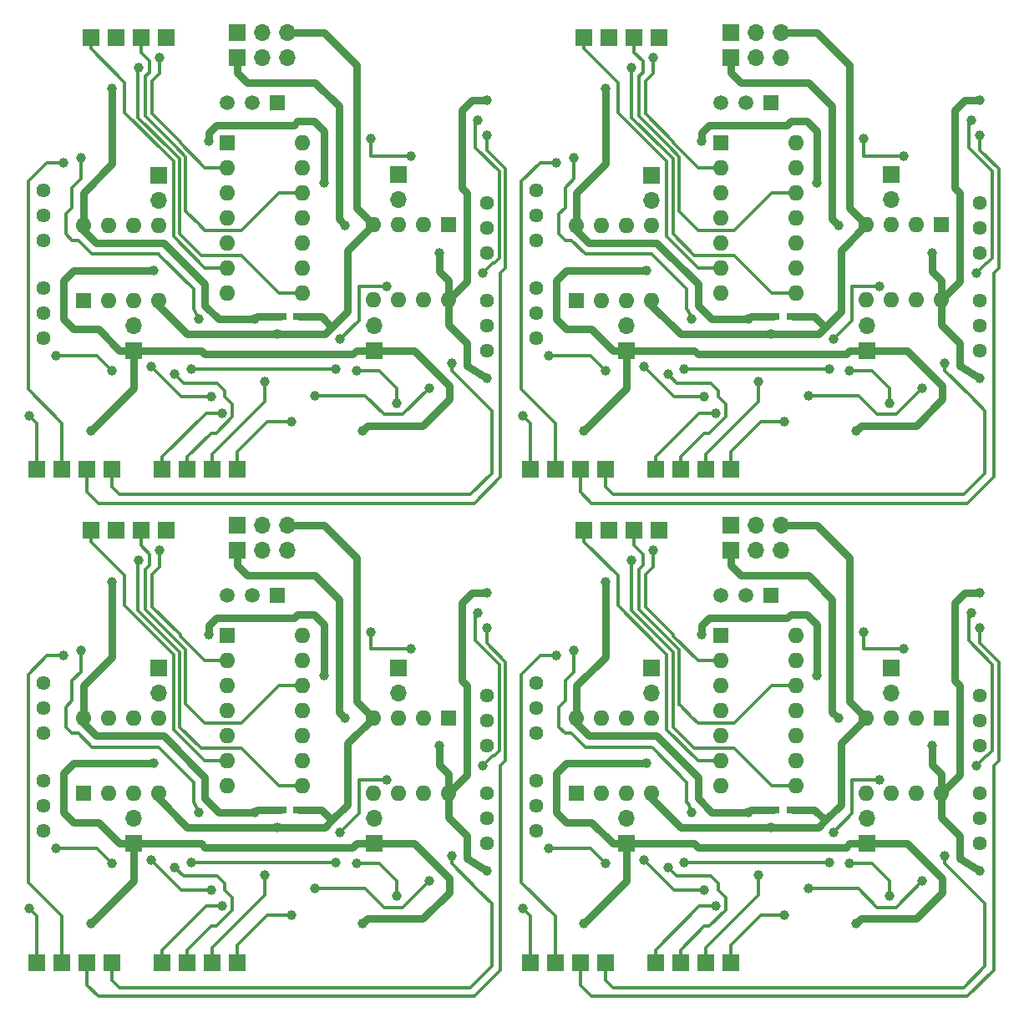
<source format=gbr>
G04 #@! TF.FileFunction,Copper,L2,Bot,Signal*
%FSLAX46Y46*%
G04 Gerber Fmt 4.6, Leading zero omitted, Abs format (unit mm)*
G04 Created by KiCad (PCBNEW 4.0.6) date 07/25/17 21:38:10*
%MOMM*%
%LPD*%
G01*
G04 APERTURE LIST*
%ADD10C,0.100000*%
%ADD11R,1.200000X0.750000*%
%ADD12R,1.700000X1.700000*%
%ADD13O,1.700000X1.700000*%
%ADD14R,1.600000X1.600000*%
%ADD15O,1.600000X1.600000*%
%ADD16C,1.440000*%
%ADD17C,1.520000*%
%ADD18R,1.520000X1.520000*%
%ADD19C,1.000000*%
%ADD20C,0.800000*%
%ADD21C,0.300000*%
G04 APERTURE END LIST*
D10*
D11*
X104469000Y-116211000D03*
X106369000Y-116211000D03*
X54469000Y-116211000D03*
X56369000Y-116211000D03*
X104469000Y-66211000D03*
X106369000Y-66211000D03*
D12*
X116387000Y-101832000D03*
D13*
X116387000Y-104372000D03*
D12*
X66387000Y-101832000D03*
D13*
X66387000Y-104372000D03*
D12*
X116387000Y-51832000D03*
D13*
X116387000Y-54372000D03*
D14*
X121467000Y-106912000D03*
D15*
X113847000Y-114532000D03*
X118927000Y-106912000D03*
X116387000Y-114532000D03*
X116387000Y-106912000D03*
X118927000Y-114532000D03*
X113847000Y-106912000D03*
X121467000Y-114532000D03*
D14*
X71467000Y-106912000D03*
D15*
X63847000Y-114532000D03*
X68927000Y-106912000D03*
X66387000Y-114532000D03*
X66387000Y-106912000D03*
X68927000Y-114532000D03*
X63847000Y-106912000D03*
X71467000Y-114532000D03*
D14*
X121467000Y-56912000D03*
D15*
X113847000Y-64532000D03*
X118927000Y-56912000D03*
X116387000Y-64532000D03*
X116387000Y-56912000D03*
X118927000Y-64532000D03*
X113847000Y-56912000D03*
X121467000Y-64532000D03*
D16*
X125358000Y-104654000D03*
X125358000Y-107194000D03*
X125358000Y-109734000D03*
X75358000Y-104654000D03*
X75358000Y-107194000D03*
X75358000Y-109734000D03*
X125358000Y-54654000D03*
X125358000Y-57194000D03*
X125358000Y-59734000D03*
D12*
X113928000Y-119640000D03*
D13*
X113928000Y-117100000D03*
D12*
X63928000Y-119640000D03*
D13*
X63928000Y-117100000D03*
D12*
X113928000Y-69640000D03*
D13*
X113928000Y-67100000D03*
D16*
X125358000Y-114560000D03*
X125358000Y-117100000D03*
X125358000Y-119640000D03*
X75358000Y-114560000D03*
X75358000Y-117100000D03*
X75358000Y-119640000D03*
X125358000Y-64560000D03*
X125358000Y-67100000D03*
X125358000Y-69640000D03*
D14*
X99069000Y-98558000D03*
D15*
X106689000Y-113798000D03*
X99069000Y-101098000D03*
X106689000Y-111258000D03*
X99069000Y-103638000D03*
X106689000Y-108718000D03*
X99069000Y-106178000D03*
X106689000Y-106178000D03*
X99069000Y-108718000D03*
X106689000Y-103638000D03*
X99069000Y-111258000D03*
X106689000Y-101098000D03*
X99069000Y-113798000D03*
X106689000Y-98558000D03*
D14*
X49069000Y-98558000D03*
D15*
X56689000Y-113798000D03*
X49069000Y-101098000D03*
X56689000Y-111258000D03*
X49069000Y-103638000D03*
X56689000Y-108718000D03*
X49069000Y-106178000D03*
X56689000Y-106178000D03*
X49069000Y-108718000D03*
X56689000Y-103638000D03*
X49069000Y-111258000D03*
X56689000Y-101098000D03*
X49069000Y-113798000D03*
X56689000Y-98558000D03*
D14*
X99069000Y-48558000D03*
D15*
X106689000Y-63798000D03*
X99069000Y-51098000D03*
X106689000Y-61258000D03*
X99069000Y-53638000D03*
X106689000Y-58718000D03*
X99069000Y-56178000D03*
X106689000Y-56178000D03*
X99069000Y-58718000D03*
X106689000Y-53638000D03*
X99069000Y-61258000D03*
X106689000Y-51098000D03*
X99069000Y-63798000D03*
X106689000Y-48558000D03*
D12*
X92084000Y-101860000D03*
D13*
X92084000Y-104400000D03*
D12*
X42084000Y-101860000D03*
D13*
X42084000Y-104400000D03*
D12*
X92084000Y-51860000D03*
D13*
X92084000Y-54400000D03*
D14*
X84464000Y-114560000D03*
D15*
X92084000Y-106940000D03*
X87004000Y-114560000D03*
X89544000Y-106940000D03*
X89544000Y-114560000D03*
X87004000Y-106940000D03*
X92084000Y-114560000D03*
X84464000Y-106940000D03*
D14*
X34464000Y-114560000D03*
D15*
X42084000Y-106940000D03*
X37004000Y-114560000D03*
X39544000Y-106940000D03*
X39544000Y-114560000D03*
X37004000Y-106940000D03*
X42084000Y-114560000D03*
X34464000Y-106940000D03*
D14*
X84464000Y-64560000D03*
D15*
X92084000Y-56940000D03*
X87004000Y-64560000D03*
X89544000Y-56940000D03*
X89544000Y-64560000D03*
X87004000Y-56940000D03*
X92084000Y-64560000D03*
X84464000Y-56940000D03*
D16*
X80400000Y-108464000D03*
X80400000Y-105924000D03*
X80400000Y-103384000D03*
X30400000Y-108464000D03*
X30400000Y-105924000D03*
X30400000Y-103384000D03*
X80400000Y-58464000D03*
X80400000Y-55924000D03*
X80400000Y-53384000D03*
D12*
X85226000Y-87890000D03*
X35226000Y-87890000D03*
X85226000Y-37890000D03*
X90306000Y-87890000D03*
X40306000Y-87890000D03*
X90306000Y-37890000D03*
X92846000Y-87890000D03*
X42846000Y-87890000D03*
X92846000Y-37890000D03*
X87766000Y-87890000D03*
X37766000Y-87890000D03*
X87766000Y-37890000D03*
D17*
X101609000Y-94494000D03*
X99069000Y-94494000D03*
D18*
X104149000Y-94494000D03*
D17*
X51609000Y-94494000D03*
X49069000Y-94494000D03*
D18*
X54149000Y-94494000D03*
D17*
X101609000Y-44494000D03*
X99069000Y-44494000D03*
D18*
X104149000Y-44494000D03*
D12*
X100085000Y-89922000D03*
D13*
X102625000Y-89922000D03*
X105165000Y-89922000D03*
D12*
X50085000Y-89922000D03*
D13*
X52625000Y-89922000D03*
X55165000Y-89922000D03*
D12*
X100085000Y-39922000D03*
D13*
X102625000Y-39922000D03*
X105165000Y-39922000D03*
D12*
X100085000Y-87382000D03*
D13*
X102625000Y-87382000D03*
X105165000Y-87382000D03*
D12*
X50085000Y-87382000D03*
D13*
X52625000Y-87382000D03*
X55165000Y-87382000D03*
D12*
X100085000Y-37382000D03*
D13*
X102625000Y-37382000D03*
X105165000Y-37382000D03*
D12*
X95005000Y-131705000D03*
X45005000Y-131705000D03*
X95005000Y-81705000D03*
X97545000Y-131705000D03*
X47545000Y-131705000D03*
X97545000Y-81705000D03*
X100085000Y-131705000D03*
X50085000Y-131705000D03*
X100085000Y-81705000D03*
X79765000Y-131705000D03*
X29765000Y-131705000D03*
X79765000Y-81705000D03*
X82305000Y-131705000D03*
X32305000Y-131705000D03*
X82305000Y-81705000D03*
X84845000Y-131705000D03*
X34845000Y-131705000D03*
X84845000Y-81705000D03*
X92465000Y-131705000D03*
X42465000Y-131705000D03*
X92465000Y-81705000D03*
X87385000Y-131705000D03*
X37385000Y-131705000D03*
X87385000Y-81705000D03*
X89544000Y-119640000D03*
D13*
X89544000Y-117100000D03*
D12*
X39544000Y-119640000D03*
D13*
X39544000Y-117100000D03*
D12*
X89544000Y-69640000D03*
D13*
X89544000Y-67100000D03*
D16*
X80400000Y-118370000D03*
X80400000Y-115830000D03*
X80400000Y-113290000D03*
X30400000Y-118370000D03*
X30400000Y-115830000D03*
X30400000Y-113290000D03*
X80400000Y-68370000D03*
X80400000Y-65830000D03*
X80400000Y-63290000D03*
D11*
X54469000Y-66211000D03*
X56369000Y-66211000D03*
D12*
X50085000Y-39922000D03*
D13*
X52625000Y-39922000D03*
X55165000Y-39922000D03*
D12*
X50085000Y-37382000D03*
D13*
X52625000Y-37382000D03*
X55165000Y-37382000D03*
D14*
X71467000Y-56912000D03*
D15*
X63847000Y-64532000D03*
X68927000Y-56912000D03*
X66387000Y-64532000D03*
X66387000Y-56912000D03*
X68927000Y-64532000D03*
X63847000Y-56912000D03*
X71467000Y-64532000D03*
D14*
X34464000Y-64560000D03*
D15*
X42084000Y-56940000D03*
X37004000Y-64560000D03*
X39544000Y-56940000D03*
X39544000Y-64560000D03*
X37004000Y-56940000D03*
X42084000Y-64560000D03*
X34464000Y-56940000D03*
D16*
X75358000Y-64560000D03*
X75358000Y-67100000D03*
X75358000Y-69640000D03*
X75358000Y-54654000D03*
X75358000Y-57194000D03*
X75358000Y-59734000D03*
X30400000Y-58464000D03*
X30400000Y-55924000D03*
X30400000Y-53384000D03*
X30400000Y-68370000D03*
X30400000Y-65830000D03*
X30400000Y-63290000D03*
D12*
X63928000Y-69640000D03*
D13*
X63928000Y-67100000D03*
D12*
X66387000Y-51832000D03*
D13*
X66387000Y-54372000D03*
D12*
X42084000Y-51860000D03*
D13*
X42084000Y-54400000D03*
D12*
X39544000Y-69640000D03*
D13*
X39544000Y-67100000D03*
D12*
X42846000Y-37890000D03*
X40306000Y-37890000D03*
X50085000Y-81705000D03*
X47545000Y-81705000D03*
X37385000Y-81705000D03*
X34845000Y-81705000D03*
X37766000Y-37890000D03*
X35226000Y-37890000D03*
X45005000Y-81705000D03*
X42465000Y-81705000D03*
X32305000Y-81705000D03*
X29765000Y-81705000D03*
D14*
X49069000Y-48558000D03*
D15*
X56689000Y-63798000D03*
X49069000Y-51098000D03*
X56689000Y-61258000D03*
X49069000Y-53638000D03*
X56689000Y-58718000D03*
X49069000Y-56178000D03*
X56689000Y-56178000D03*
X49069000Y-58718000D03*
X56689000Y-53638000D03*
X49069000Y-61258000D03*
X56689000Y-51098000D03*
X49069000Y-63798000D03*
X56689000Y-48558000D03*
D17*
X51609000Y-44494000D03*
X49069000Y-44494000D03*
D18*
X54149000Y-44494000D03*
D19*
X125358000Y-122434000D03*
X75358000Y-122434000D03*
X125358000Y-72434000D03*
X101863000Y-116465000D03*
X51863000Y-116465000D03*
X101863000Y-66465000D03*
X111007000Y-106940000D03*
X61007000Y-106940000D03*
X111007000Y-56940000D03*
X120532000Y-109734000D03*
X70532000Y-109734000D03*
X120532000Y-59734000D03*
X125358000Y-94240000D03*
X75358000Y-94240000D03*
X125358000Y-44240000D03*
X87385000Y-93097000D03*
X37385000Y-93097000D03*
X87385000Y-43097000D03*
X37385000Y-43097000D03*
X70532000Y-59734000D03*
X51863000Y-66465000D03*
X61007000Y-56940000D03*
X75358000Y-44240000D03*
X75358000Y-72434000D03*
X85226000Y-127768000D03*
X35226000Y-127768000D03*
X85226000Y-77768000D03*
X112785000Y-127768000D03*
X62785000Y-127768000D03*
X112785000Y-77768000D03*
X91576000Y-111512000D03*
X41576000Y-111512000D03*
X91576000Y-61512000D03*
X108848000Y-102622000D03*
X58848000Y-102622000D03*
X108848000Y-52622000D03*
X97164000Y-98431000D03*
X47164000Y-98431000D03*
X97164000Y-48431000D03*
X62785000Y-77768000D03*
X58848000Y-52622000D03*
X47164000Y-48431000D03*
X41576000Y-61512000D03*
X35226000Y-77768000D03*
X81670000Y-120148000D03*
X31670000Y-120148000D03*
X81670000Y-70148000D03*
X87385000Y-121672000D03*
X37385000Y-121672000D03*
X87385000Y-71672000D03*
X97418000Y-124339000D03*
X47418000Y-124339000D03*
X97418000Y-74339000D03*
X91322000Y-121291000D03*
X41322000Y-121291000D03*
X91322000Y-71291000D03*
X31670000Y-70148000D03*
X47418000Y-74339000D03*
X41322000Y-71291000D03*
X37385000Y-71672000D03*
X96148000Y-116465000D03*
X46148000Y-116465000D03*
X96148000Y-66465000D03*
X84210000Y-100082000D03*
X34210000Y-100082000D03*
X84210000Y-50082000D03*
X34210000Y-50082000D03*
X46148000Y-66465000D03*
X124977000Y-111766000D03*
X74977000Y-111766000D03*
X124977000Y-61766000D03*
X110499000Y-118497000D03*
X60499000Y-118497000D03*
X110499000Y-68497000D03*
X115198000Y-113163000D03*
X65198000Y-113163000D03*
X115198000Y-63163000D03*
X124469000Y-96272000D03*
X74469000Y-96272000D03*
X124469000Y-46272000D03*
X74469000Y-46272000D03*
X74977000Y-61766000D03*
X65198000Y-63163000D03*
X60499000Y-68497000D03*
X119516000Y-123450000D03*
X69516000Y-123450000D03*
X119516000Y-73450000D03*
X107959000Y-124212000D03*
X57959000Y-124212000D03*
X107959000Y-74212000D03*
X57959000Y-74212000D03*
X69516000Y-73450000D03*
X79003000Y-126244000D03*
X29003000Y-126244000D03*
X79003000Y-76244000D03*
X29003000Y-76244000D03*
X82432000Y-100590000D03*
X32432000Y-100590000D03*
X82432000Y-50590000D03*
X32432000Y-50590000D03*
X98561000Y-125990000D03*
X48561000Y-125990000D03*
X98561000Y-75990000D03*
X48561000Y-75990000D03*
X93735000Y-122053000D03*
X43735000Y-122053000D03*
X93735000Y-72053000D03*
X43735000Y-72053000D03*
X92211000Y-89922000D03*
X42211000Y-89922000D03*
X92211000Y-39922000D03*
X42211000Y-39922000D03*
X125358000Y-97796000D03*
X75358000Y-97796000D03*
X125358000Y-47796000D03*
X75358000Y-47796000D03*
X121802000Y-120910000D03*
X71802000Y-120910000D03*
X121802000Y-70910000D03*
X71802000Y-70910000D03*
X102879000Y-122815000D03*
X52879000Y-122815000D03*
X102879000Y-72815000D03*
X52879000Y-72815000D03*
X105546000Y-126879000D03*
X55546000Y-126879000D03*
X105546000Y-76879000D03*
X55546000Y-76879000D03*
X90052000Y-90938000D03*
X40052000Y-90938000D03*
X90052000Y-40938000D03*
X40052000Y-40938000D03*
X110075000Y-121545000D03*
X60075000Y-121545000D03*
X110075000Y-71545000D03*
X95386000Y-121545000D03*
X45386000Y-121545000D03*
X95386000Y-71545000D03*
X60075000Y-71545000D03*
X45386000Y-71545000D03*
X117657000Y-99927000D03*
X67657000Y-99927000D03*
X117657000Y-49927000D03*
X113610000Y-98178000D03*
X63610000Y-98178000D03*
X113610000Y-48178000D03*
X63610000Y-48178000D03*
X67657000Y-49927000D03*
X112150000Y-121672000D03*
X62150000Y-121672000D03*
X112150000Y-71672000D03*
X116214000Y-124974000D03*
X66214000Y-124974000D03*
X116214000Y-74974000D03*
X66214000Y-74974000D03*
X62150000Y-71672000D03*
X104149000Y-117989000D03*
X54149000Y-117989000D03*
X104149000Y-67989000D03*
X54149000Y-67989000D03*
D20*
X102117000Y-116211000D02*
X101863000Y-116465000D01*
X52117000Y-116211000D02*
X51863000Y-116465000D01*
X102117000Y-66211000D02*
X101863000Y-66465000D01*
X104469000Y-116211000D02*
X102117000Y-116211000D01*
X54469000Y-116211000D02*
X52117000Y-116211000D01*
X104469000Y-66211000D02*
X102117000Y-66211000D01*
X123326000Y-112673000D02*
X121467000Y-114532000D01*
X73326000Y-112673000D02*
X71467000Y-114532000D01*
X123326000Y-62673000D02*
X121467000Y-64532000D01*
X121467000Y-112574000D02*
X121467000Y-114532000D01*
X71467000Y-112574000D02*
X71467000Y-114532000D01*
X121467000Y-62574000D02*
X121467000Y-64532000D01*
X121467000Y-112574000D02*
X120532000Y-111639000D01*
X71467000Y-112574000D02*
X70532000Y-111639000D01*
X121467000Y-62574000D02*
X120532000Y-61639000D01*
X122818000Y-95256000D02*
X122818000Y-103130000D01*
X72818000Y-95256000D02*
X72818000Y-103130000D01*
X122818000Y-45256000D02*
X122818000Y-53130000D01*
X123834000Y-94240000D02*
X122818000Y-95256000D01*
X73834000Y-94240000D02*
X72818000Y-95256000D01*
X123834000Y-44240000D02*
X122818000Y-45256000D01*
X125358000Y-94240000D02*
X123834000Y-94240000D01*
X75358000Y-94240000D02*
X73834000Y-94240000D01*
X125358000Y-44240000D02*
X123834000Y-44240000D01*
X123326000Y-103638000D02*
X123326000Y-112673000D01*
X73326000Y-103638000D02*
X73326000Y-112673000D01*
X123326000Y-53638000D02*
X123326000Y-62673000D01*
X122818000Y-103130000D02*
X123326000Y-103638000D01*
X72818000Y-103130000D02*
X73326000Y-103638000D01*
X122818000Y-53130000D02*
X123326000Y-53638000D01*
X120532000Y-109734000D02*
X120532000Y-111639000D01*
X70532000Y-109734000D02*
X70532000Y-111639000D01*
X120532000Y-59734000D02*
X120532000Y-61639000D01*
X123326000Y-118878000D02*
X121467000Y-117019000D01*
X73326000Y-118878000D02*
X71467000Y-117019000D01*
X123326000Y-68878000D02*
X121467000Y-67019000D01*
X121467000Y-117019000D02*
X121467000Y-114532000D01*
X71467000Y-117019000D02*
X71467000Y-114532000D01*
X121467000Y-67019000D02*
X121467000Y-64532000D01*
X125358000Y-122434000D02*
X123326000Y-121164000D01*
X75358000Y-122434000D02*
X73326000Y-121164000D01*
X125358000Y-72434000D02*
X123326000Y-71164000D01*
X123326000Y-121164000D02*
X123326000Y-118878000D01*
X73326000Y-121164000D02*
X73326000Y-118878000D01*
X123326000Y-71164000D02*
X123326000Y-68878000D01*
X92592000Y-108718000D02*
X96783000Y-112909000D01*
X42592000Y-108718000D02*
X46783000Y-112909000D01*
X92592000Y-58718000D02*
X96783000Y-62909000D01*
X85734000Y-108718000D02*
X92592000Y-108718000D01*
X35734000Y-108718000D02*
X42592000Y-108718000D01*
X85734000Y-58718000D02*
X92592000Y-58718000D01*
X84464000Y-107448000D02*
X85734000Y-108718000D01*
X34464000Y-107448000D02*
X35734000Y-108718000D01*
X84464000Y-57448000D02*
X85734000Y-58718000D01*
X96783000Y-112909000D02*
X96783000Y-115068000D01*
X46783000Y-112909000D02*
X46783000Y-115068000D01*
X96783000Y-62909000D02*
X96783000Y-65068000D01*
X96783000Y-115068000D02*
X98180000Y-116465000D01*
X46783000Y-115068000D02*
X48180000Y-116465000D01*
X96783000Y-65068000D02*
X98180000Y-66465000D01*
X98180000Y-116465000D02*
X101863000Y-116465000D01*
X48180000Y-116465000D02*
X51863000Y-116465000D01*
X98180000Y-66465000D02*
X101863000Y-66465000D01*
X84464000Y-103638000D02*
X87385000Y-100717000D01*
X34464000Y-103638000D02*
X37385000Y-100717000D01*
X84464000Y-53638000D02*
X87385000Y-50717000D01*
X87385000Y-95002000D02*
X87385000Y-93097000D01*
X37385000Y-95002000D02*
X37385000Y-93097000D01*
X87385000Y-45002000D02*
X87385000Y-43097000D01*
X87385000Y-100717000D02*
X87385000Y-95002000D01*
X37385000Y-100717000D02*
X37385000Y-95002000D01*
X87385000Y-50717000D02*
X87385000Y-45002000D01*
X84464000Y-106940000D02*
X84464000Y-107448000D01*
X34464000Y-106940000D02*
X34464000Y-107448000D01*
X84464000Y-56940000D02*
X84464000Y-57448000D01*
X84464000Y-103638000D02*
X84464000Y-106940000D01*
X34464000Y-103638000D02*
X34464000Y-106940000D01*
X84464000Y-53638000D02*
X84464000Y-56940000D01*
X107959000Y-92462000D02*
X101101000Y-92462000D01*
X57959000Y-92462000D02*
X51101000Y-92462000D01*
X107959000Y-42462000D02*
X101101000Y-42462000D01*
X101101000Y-92462000D02*
X100085000Y-91446000D01*
X51101000Y-92462000D02*
X50085000Y-91446000D01*
X101101000Y-42462000D02*
X100085000Y-41446000D01*
X100085000Y-91446000D02*
X100085000Y-89922000D01*
X50085000Y-91446000D02*
X50085000Y-89922000D01*
X100085000Y-41446000D02*
X100085000Y-39922000D01*
X110372000Y-94875000D02*
X107959000Y-92462000D01*
X60372000Y-94875000D02*
X57959000Y-92462000D01*
X110372000Y-44875000D02*
X107959000Y-42462000D01*
X111007000Y-106940000D02*
X110372000Y-106305000D01*
X61007000Y-106940000D02*
X60372000Y-106305000D01*
X111007000Y-56940000D02*
X110372000Y-56305000D01*
X110372000Y-106305000D02*
X110372000Y-94875000D01*
X60372000Y-106305000D02*
X60372000Y-94875000D01*
X110372000Y-56305000D02*
X110372000Y-44875000D01*
X54469000Y-66211000D02*
X52117000Y-66211000D01*
X52117000Y-66211000D02*
X51863000Y-66465000D01*
X37385000Y-45002000D02*
X37385000Y-43097000D01*
X34464000Y-53638000D02*
X37385000Y-50717000D01*
X37385000Y-50717000D02*
X37385000Y-45002000D01*
X34464000Y-53638000D02*
X34464000Y-56940000D01*
X71467000Y-62574000D02*
X70532000Y-61639000D01*
X71467000Y-62574000D02*
X71467000Y-64532000D01*
X70532000Y-59734000D02*
X70532000Y-61639000D01*
X34464000Y-56940000D02*
X34464000Y-57448000D01*
X34464000Y-57448000D02*
X35734000Y-58718000D01*
X48180000Y-66465000D02*
X51863000Y-66465000D01*
X46783000Y-65068000D02*
X48180000Y-66465000D01*
X46783000Y-62909000D02*
X46783000Y-65068000D01*
X42592000Y-58718000D02*
X46783000Y-62909000D01*
X35734000Y-58718000D02*
X42592000Y-58718000D01*
X50085000Y-41446000D02*
X50085000Y-39922000D01*
X51101000Y-42462000D02*
X50085000Y-41446000D01*
X57959000Y-42462000D02*
X51101000Y-42462000D01*
X60372000Y-44875000D02*
X57959000Y-42462000D01*
X60372000Y-56305000D02*
X60372000Y-44875000D01*
X61007000Y-56940000D02*
X60372000Y-56305000D01*
X75358000Y-44240000D02*
X73834000Y-44240000D01*
X73834000Y-44240000D02*
X72818000Y-45256000D01*
X72818000Y-45256000D02*
X72818000Y-53130000D01*
X72818000Y-53130000D02*
X73326000Y-53638000D01*
X73326000Y-53638000D02*
X73326000Y-62673000D01*
X73326000Y-62673000D02*
X71467000Y-64532000D01*
X71467000Y-67019000D02*
X71467000Y-64532000D01*
X73326000Y-68878000D02*
X71467000Y-67019000D01*
X73326000Y-71164000D02*
X73326000Y-68878000D01*
X75358000Y-72434000D02*
X73326000Y-71164000D01*
X96783000Y-120021000D02*
X111769000Y-120021000D01*
X46783000Y-120021000D02*
X61769000Y-120021000D01*
X96783000Y-70021000D02*
X111769000Y-70021000D01*
X112785000Y-127768000D02*
X113293000Y-127260000D01*
X62785000Y-127768000D02*
X63293000Y-127260000D01*
X112785000Y-77768000D02*
X113293000Y-77260000D01*
X121548000Y-124593000D02*
X121548000Y-123196000D01*
X71548000Y-124593000D02*
X71548000Y-123196000D01*
X121548000Y-74593000D02*
X121548000Y-73196000D01*
X118881000Y-127260000D02*
X121548000Y-124593000D01*
X68881000Y-127260000D02*
X71548000Y-124593000D01*
X118881000Y-77260000D02*
X121548000Y-74593000D01*
X113293000Y-127260000D02*
X118881000Y-127260000D01*
X63293000Y-127260000D02*
X68881000Y-127260000D01*
X113293000Y-77260000D02*
X118881000Y-77260000D01*
X121548000Y-123196000D02*
X117992000Y-119640000D01*
X71548000Y-123196000D02*
X67992000Y-119640000D01*
X121548000Y-73196000D02*
X117992000Y-69640000D01*
X111769000Y-120021000D02*
X112150000Y-119640000D01*
X61769000Y-120021000D02*
X62150000Y-119640000D01*
X111769000Y-70021000D02*
X112150000Y-69640000D01*
X112150000Y-119640000D02*
X113928000Y-119640000D01*
X62150000Y-119640000D02*
X63928000Y-119640000D01*
X112150000Y-69640000D02*
X113928000Y-69640000D01*
X117992000Y-119640000D02*
X113928000Y-119640000D01*
X67992000Y-119640000D02*
X63928000Y-119640000D01*
X117992000Y-69640000D02*
X113928000Y-69640000D01*
X88147000Y-119640000D02*
X85988000Y-117481000D01*
X38147000Y-119640000D02*
X35988000Y-117481000D01*
X88147000Y-69640000D02*
X85988000Y-67481000D01*
X85988000Y-117481000D02*
X83448000Y-117481000D01*
X35988000Y-117481000D02*
X33448000Y-117481000D01*
X85988000Y-67481000D02*
X83448000Y-67481000D01*
X83448000Y-117481000D02*
X82432000Y-116465000D01*
X33448000Y-117481000D02*
X32432000Y-116465000D01*
X83448000Y-67481000D02*
X82432000Y-66465000D01*
X85226000Y-127768000D02*
X89544000Y-123450000D01*
X35226000Y-127768000D02*
X39544000Y-123450000D01*
X85226000Y-77768000D02*
X89544000Y-73450000D01*
X83448000Y-111512000D02*
X91576000Y-111512000D01*
X33448000Y-111512000D02*
X41576000Y-111512000D01*
X83448000Y-61512000D02*
X91576000Y-61512000D01*
X89544000Y-119640000D02*
X88147000Y-119640000D01*
X39544000Y-119640000D02*
X38147000Y-119640000D01*
X89544000Y-69640000D02*
X88147000Y-69640000D01*
X96402000Y-119640000D02*
X96783000Y-120021000D01*
X46402000Y-119640000D02*
X46783000Y-120021000D01*
X96402000Y-69640000D02*
X96783000Y-70021000D01*
X89544000Y-123450000D02*
X89544000Y-119640000D01*
X39544000Y-123450000D02*
X39544000Y-119640000D01*
X89544000Y-73450000D02*
X89544000Y-69640000D01*
X89544000Y-119640000D02*
X96402000Y-119640000D01*
X39544000Y-119640000D02*
X46402000Y-119640000D01*
X89544000Y-69640000D02*
X96402000Y-69640000D01*
X82432000Y-116465000D02*
X82432000Y-112528000D01*
X32432000Y-116465000D02*
X32432000Y-112528000D01*
X82432000Y-66465000D02*
X82432000Y-62528000D01*
X82432000Y-112528000D02*
X83448000Y-111512000D01*
X32432000Y-112528000D02*
X33448000Y-111512000D01*
X82432000Y-62528000D02*
X83448000Y-61512000D01*
X97926000Y-96780000D02*
X97164000Y-97542000D01*
X47926000Y-96780000D02*
X47164000Y-97542000D01*
X97926000Y-46780000D02*
X97164000Y-47542000D01*
X97164000Y-97542000D02*
X97164000Y-98431000D01*
X47164000Y-97542000D02*
X47164000Y-98431000D01*
X97164000Y-47542000D02*
X97164000Y-48431000D01*
X106181000Y-96399000D02*
X107832000Y-96399000D01*
X56181000Y-96399000D02*
X57832000Y-96399000D01*
X106181000Y-46399000D02*
X107832000Y-46399000D01*
X105800000Y-96780000D02*
X106181000Y-96399000D01*
X55800000Y-96780000D02*
X56181000Y-96399000D01*
X105800000Y-46780000D02*
X106181000Y-46399000D01*
X97926000Y-96780000D02*
X105800000Y-96780000D01*
X47926000Y-96780000D02*
X55800000Y-96780000D01*
X97926000Y-46780000D02*
X105800000Y-46780000D01*
X107832000Y-96399000D02*
X108848000Y-97415000D01*
X57832000Y-96399000D02*
X58848000Y-97415000D01*
X107832000Y-46399000D02*
X108848000Y-47415000D01*
X108848000Y-97415000D02*
X108848000Y-102622000D01*
X58848000Y-97415000D02*
X58848000Y-102622000D01*
X108848000Y-47415000D02*
X108848000Y-52622000D01*
X67992000Y-69640000D02*
X63928000Y-69640000D01*
X71548000Y-73196000D02*
X67992000Y-69640000D01*
X71548000Y-74593000D02*
X71548000Y-73196000D01*
X68881000Y-77260000D02*
X71548000Y-74593000D01*
X63293000Y-77260000D02*
X68881000Y-77260000D01*
X62785000Y-77768000D02*
X63293000Y-77260000D01*
X47926000Y-46780000D02*
X47164000Y-47542000D01*
X47926000Y-46780000D02*
X55800000Y-46780000D01*
X55800000Y-46780000D02*
X56181000Y-46399000D01*
X56181000Y-46399000D02*
X57832000Y-46399000D01*
X57832000Y-46399000D02*
X58848000Y-47415000D01*
X58848000Y-47415000D02*
X58848000Y-52622000D01*
X47164000Y-47542000D02*
X47164000Y-48431000D01*
X39544000Y-69640000D02*
X38147000Y-69640000D01*
X33448000Y-61512000D02*
X41576000Y-61512000D01*
X32432000Y-62528000D02*
X33448000Y-61512000D01*
X32432000Y-66465000D02*
X32432000Y-62528000D01*
X33448000Y-67481000D02*
X32432000Y-66465000D01*
X35988000Y-67481000D02*
X33448000Y-67481000D01*
X38147000Y-69640000D02*
X35988000Y-67481000D01*
X39544000Y-69640000D02*
X46402000Y-69640000D01*
X46402000Y-69640000D02*
X46783000Y-70021000D01*
X46783000Y-70021000D02*
X61769000Y-70021000D01*
X61769000Y-70021000D02*
X62150000Y-69640000D01*
X62150000Y-69640000D02*
X63928000Y-69640000D01*
X35226000Y-77768000D02*
X39544000Y-73450000D01*
X39544000Y-73450000D02*
X39544000Y-69640000D01*
D21*
X85861000Y-120148000D02*
X87385000Y-121672000D01*
X35861000Y-120148000D02*
X37385000Y-121672000D01*
X85861000Y-70148000D02*
X87385000Y-71672000D01*
X81670000Y-120148000D02*
X85861000Y-120148000D01*
X31670000Y-120148000D02*
X35861000Y-120148000D01*
X81670000Y-70148000D02*
X85861000Y-70148000D01*
X91322000Y-121291000D02*
X94370000Y-124339000D01*
X41322000Y-121291000D02*
X44370000Y-124339000D01*
X91322000Y-71291000D02*
X94370000Y-74339000D01*
X94370000Y-124339000D02*
X97418000Y-124339000D01*
X44370000Y-124339000D02*
X47418000Y-124339000D01*
X94370000Y-74339000D02*
X97418000Y-74339000D01*
X31670000Y-70148000D02*
X35861000Y-70148000D01*
X44370000Y-74339000D02*
X47418000Y-74339000D01*
X41322000Y-71291000D02*
X44370000Y-74339000D01*
X35861000Y-70148000D02*
X37385000Y-71672000D01*
X95640000Y-113417000D02*
X92230536Y-110007536D01*
X45640000Y-113417000D02*
X42230536Y-110007536D01*
X95640000Y-63417000D02*
X92230536Y-60007536D01*
X85353000Y-109861000D02*
X83956000Y-108464000D01*
X35353000Y-109861000D02*
X33956000Y-108464000D01*
X85353000Y-59861000D02*
X83956000Y-58464000D01*
X85607000Y-109861000D02*
X85353000Y-109861000D01*
X35607000Y-109861000D02*
X35353000Y-109861000D01*
X85607000Y-59861000D02*
X85353000Y-59861000D01*
X92084000Y-109861000D02*
X89163000Y-109861000D01*
X42084000Y-109861000D02*
X39163000Y-109861000D01*
X92084000Y-59861000D02*
X89163000Y-59861000D01*
X89163000Y-109861000D02*
X85607000Y-109861000D01*
X39163000Y-109861000D02*
X35607000Y-109861000D01*
X89163000Y-59861000D02*
X85607000Y-59861000D01*
X92230536Y-110007536D02*
X92084000Y-109861000D01*
X42230536Y-110007536D02*
X42084000Y-109861000D01*
X92230536Y-60007536D02*
X92084000Y-59861000D01*
X83321000Y-108464000D02*
X82686000Y-107829000D01*
X33321000Y-108464000D02*
X32686000Y-107829000D01*
X83321000Y-58464000D02*
X82686000Y-57829000D01*
X83956000Y-108464000D02*
X83321000Y-108464000D01*
X33956000Y-108464000D02*
X33321000Y-108464000D01*
X83956000Y-58464000D02*
X83321000Y-58464000D01*
X96148000Y-116465000D02*
X96148000Y-116465000D01*
X46148000Y-116465000D02*
X46148000Y-116465000D01*
X96148000Y-66465000D02*
X96148000Y-66465000D01*
X95767000Y-115576000D02*
X95640000Y-115449000D01*
X45767000Y-115576000D02*
X45640000Y-115449000D01*
X95767000Y-65576000D02*
X95640000Y-65449000D01*
X95640000Y-115449000D02*
X95640000Y-113417000D01*
X45640000Y-115449000D02*
X45640000Y-113417000D01*
X95640000Y-65449000D02*
X95640000Y-63417000D01*
X96148000Y-116465000D02*
X95767000Y-115576000D01*
X46148000Y-116465000D02*
X45767000Y-115576000D01*
X96148000Y-66465000D02*
X95767000Y-65576000D01*
X83321000Y-103130000D02*
X84210000Y-102241000D01*
X33321000Y-103130000D02*
X34210000Y-102241000D01*
X83321000Y-53130000D02*
X84210000Y-52241000D01*
X84210000Y-102241000D02*
X84210000Y-100082000D01*
X34210000Y-102241000D02*
X34210000Y-100082000D01*
X84210000Y-52241000D02*
X84210000Y-50082000D01*
X82686000Y-107829000D02*
X82686000Y-105797000D01*
X32686000Y-107829000D02*
X32686000Y-105797000D01*
X82686000Y-57829000D02*
X82686000Y-55797000D01*
X82686000Y-105797000D02*
X83321000Y-105162000D01*
X32686000Y-105797000D02*
X33321000Y-105162000D01*
X82686000Y-55797000D02*
X83321000Y-55162000D01*
X83321000Y-105162000D02*
X83321000Y-103130000D01*
X33321000Y-105162000D02*
X33321000Y-103130000D01*
X83321000Y-55162000D02*
X83321000Y-53130000D01*
X46148000Y-66465000D02*
X45767000Y-65576000D01*
X34210000Y-52241000D02*
X34210000Y-50082000D01*
X33321000Y-53130000D02*
X34210000Y-52241000D01*
X33321000Y-55162000D02*
X33321000Y-53130000D01*
X32686000Y-55797000D02*
X33321000Y-55162000D01*
X32686000Y-57829000D02*
X32686000Y-55797000D01*
X33321000Y-58464000D02*
X32686000Y-57829000D01*
X33956000Y-58464000D02*
X33321000Y-58464000D01*
X35353000Y-59861000D02*
X33956000Y-58464000D01*
X35607000Y-59861000D02*
X35353000Y-59861000D01*
X39163000Y-59861000D02*
X35607000Y-59861000D01*
X42084000Y-59861000D02*
X39163000Y-59861000D01*
X42230536Y-60007536D02*
X42084000Y-59861000D01*
X45640000Y-63417000D02*
X42230536Y-60007536D01*
X45640000Y-65449000D02*
X45640000Y-63417000D01*
X45767000Y-65576000D02*
X45640000Y-65449000D01*
X46148000Y-66465000D02*
X46148000Y-66465000D01*
X124977000Y-111766000D02*
X125993000Y-110750000D01*
X74977000Y-111766000D02*
X75993000Y-110750000D01*
X124977000Y-61766000D02*
X125993000Y-60750000D01*
X125993000Y-110750000D02*
X126120000Y-110750000D01*
X75993000Y-110750000D02*
X76120000Y-110750000D01*
X125993000Y-60750000D02*
X126120000Y-60750000D01*
X126120000Y-110750000D02*
X126628000Y-110242000D01*
X76120000Y-110750000D02*
X76628000Y-110242000D01*
X126120000Y-60750000D02*
X126628000Y-60242000D01*
X124215000Y-96526000D02*
X124469000Y-96272000D01*
X74215000Y-96526000D02*
X74469000Y-96272000D01*
X124215000Y-46526000D02*
X124469000Y-46272000D01*
X124215000Y-99066000D02*
X124215000Y-96526000D01*
X74215000Y-99066000D02*
X74215000Y-96526000D01*
X124215000Y-49066000D02*
X124215000Y-46526000D01*
X126628000Y-101479000D02*
X124215000Y-99066000D01*
X76628000Y-101479000D02*
X74215000Y-99066000D01*
X126628000Y-51479000D02*
X124215000Y-49066000D01*
X126628000Y-110242000D02*
X126628000Y-101479000D01*
X76628000Y-110242000D02*
X76628000Y-101479000D01*
X126628000Y-60242000D02*
X126628000Y-51479000D01*
X112404000Y-116592000D02*
X112404000Y-113163000D01*
X62404000Y-116592000D02*
X62404000Y-113163000D01*
X112404000Y-66592000D02*
X112404000Y-63163000D01*
X110499000Y-118497000D02*
X112404000Y-116592000D01*
X60499000Y-118497000D02*
X62404000Y-116592000D01*
X110499000Y-68497000D02*
X112404000Y-66592000D01*
X112404000Y-113163000D02*
X115198000Y-113163000D01*
X62404000Y-113163000D02*
X65198000Y-113163000D01*
X112404000Y-63163000D02*
X115198000Y-63163000D01*
X74215000Y-46526000D02*
X74469000Y-46272000D01*
X74215000Y-49066000D02*
X74215000Y-46526000D01*
X76628000Y-51479000D02*
X74215000Y-49066000D01*
X76628000Y-60242000D02*
X76628000Y-51479000D01*
X76120000Y-60750000D02*
X76628000Y-60242000D01*
X75993000Y-60750000D02*
X76120000Y-60750000D01*
X74977000Y-61766000D02*
X75993000Y-60750000D01*
X62404000Y-63163000D02*
X65198000Y-63163000D01*
X62404000Y-66592000D02*
X62404000Y-63163000D01*
X60499000Y-68497000D02*
X62404000Y-66592000D01*
X119516000Y-123450000D02*
X116849000Y-126117000D01*
X69516000Y-123450000D02*
X66849000Y-126117000D01*
X119516000Y-73450000D02*
X116849000Y-76117000D01*
X116849000Y-126117000D02*
X114944000Y-126117000D01*
X66849000Y-126117000D02*
X64944000Y-126117000D01*
X116849000Y-76117000D02*
X114944000Y-76117000D01*
X113039000Y-124212000D02*
X107959000Y-124212000D01*
X63039000Y-124212000D02*
X57959000Y-124212000D01*
X113039000Y-74212000D02*
X107959000Y-74212000D01*
X114944000Y-126117000D02*
X113039000Y-124212000D01*
X64944000Y-126117000D02*
X63039000Y-124212000D01*
X114944000Y-76117000D02*
X113039000Y-74212000D01*
X63039000Y-74212000D02*
X57959000Y-74212000D01*
X64944000Y-76117000D02*
X63039000Y-74212000D01*
X66849000Y-76117000D02*
X64944000Y-76117000D01*
X69516000Y-73450000D02*
X66849000Y-76117000D01*
X79765000Y-127006000D02*
X79003000Y-126244000D01*
X29765000Y-127006000D02*
X29003000Y-126244000D01*
X79765000Y-77006000D02*
X79003000Y-76244000D01*
X79765000Y-131705000D02*
X79765000Y-127006000D01*
X29765000Y-131705000D02*
X29765000Y-127006000D01*
X79765000Y-81705000D02*
X79765000Y-77006000D01*
X29765000Y-81705000D02*
X29765000Y-77006000D01*
X29765000Y-77006000D02*
X29003000Y-76244000D01*
X78876000Y-123577000D02*
X82305000Y-127006000D01*
X28876000Y-123577000D02*
X32305000Y-127006000D01*
X78876000Y-73577000D02*
X82305000Y-77006000D01*
X82305000Y-131705000D02*
X82305000Y-127006000D01*
X32305000Y-131705000D02*
X32305000Y-127006000D01*
X82305000Y-81705000D02*
X82305000Y-77006000D01*
X78876000Y-102495000D02*
X78876000Y-123577000D01*
X28876000Y-102495000D02*
X28876000Y-123577000D01*
X78876000Y-52495000D02*
X78876000Y-73577000D01*
X82432000Y-100590000D02*
X80781000Y-100590000D01*
X32432000Y-100590000D02*
X30781000Y-100590000D01*
X82432000Y-50590000D02*
X80781000Y-50590000D01*
X80781000Y-100590000D02*
X78876000Y-102495000D01*
X30781000Y-100590000D02*
X28876000Y-102495000D01*
X80781000Y-50590000D02*
X78876000Y-52495000D01*
X32305000Y-81705000D02*
X32305000Y-77006000D01*
X30781000Y-50590000D02*
X28876000Y-52495000D01*
X28876000Y-52495000D02*
X28876000Y-73577000D01*
X28876000Y-73577000D02*
X32305000Y-77006000D01*
X32432000Y-50590000D02*
X30781000Y-50590000D01*
X92465000Y-130435000D02*
X96910000Y-125990000D01*
X42465000Y-130435000D02*
X46910000Y-125990000D01*
X92465000Y-80435000D02*
X96910000Y-75990000D01*
X92465000Y-131705000D02*
X92465000Y-130435000D01*
X42465000Y-131705000D02*
X42465000Y-130435000D01*
X92465000Y-81705000D02*
X92465000Y-80435000D01*
X96910000Y-125990000D02*
X98561000Y-125990000D01*
X46910000Y-125990000D02*
X48561000Y-125990000D01*
X96910000Y-75990000D02*
X98561000Y-75990000D01*
X42465000Y-81705000D02*
X42465000Y-80435000D01*
X46910000Y-75990000D02*
X48561000Y-75990000D01*
X42465000Y-80435000D02*
X46910000Y-75990000D01*
X95005000Y-131705000D02*
X95005000Y-130435000D01*
X45005000Y-131705000D02*
X45005000Y-130435000D01*
X95005000Y-81705000D02*
X95005000Y-80435000D01*
X93735000Y-122053000D02*
X94624000Y-122942000D01*
X43735000Y-122053000D02*
X44624000Y-122942000D01*
X93735000Y-72053000D02*
X94624000Y-72942000D01*
X94624000Y-122942000D02*
X98053000Y-122942000D01*
X44624000Y-122942000D02*
X48053000Y-122942000D01*
X94624000Y-72942000D02*
X98053000Y-72942000D01*
X97926000Y-128022000D02*
X97418000Y-128022000D01*
X47926000Y-128022000D02*
X47418000Y-128022000D01*
X97926000Y-78022000D02*
X97418000Y-78022000D01*
X97418000Y-128022000D02*
X95005000Y-130435000D01*
X47418000Y-128022000D02*
X45005000Y-130435000D01*
X97418000Y-78022000D02*
X95005000Y-80435000D01*
X99577000Y-126371000D02*
X97926000Y-128022000D01*
X49577000Y-126371000D02*
X47926000Y-128022000D01*
X99577000Y-76371000D02*
X97926000Y-78022000D01*
X99577000Y-125101000D02*
X99577000Y-126371000D01*
X49577000Y-125101000D02*
X49577000Y-126371000D01*
X99577000Y-75101000D02*
X99577000Y-76371000D01*
X98053000Y-122942000D02*
X98815000Y-123704000D01*
X48053000Y-122942000D02*
X48815000Y-123704000D01*
X98053000Y-72942000D02*
X98815000Y-73704000D01*
X98815000Y-123704000D02*
X98815000Y-124339000D01*
X48815000Y-123704000D02*
X48815000Y-124339000D01*
X98815000Y-73704000D02*
X98815000Y-74339000D01*
X98815000Y-124339000D02*
X99577000Y-125101000D01*
X48815000Y-124339000D02*
X49577000Y-125101000D01*
X98815000Y-74339000D02*
X99577000Y-75101000D01*
X45005000Y-81705000D02*
X45005000Y-80435000D01*
X43735000Y-72053000D02*
X44624000Y-72942000D01*
X44624000Y-72942000D02*
X48053000Y-72942000D01*
X48053000Y-72942000D02*
X48815000Y-73704000D01*
X48815000Y-73704000D02*
X48815000Y-74339000D01*
X48815000Y-74339000D02*
X49577000Y-75101000D01*
X49577000Y-75101000D02*
X49577000Y-76371000D01*
X49577000Y-76371000D02*
X47926000Y-78022000D01*
X47926000Y-78022000D02*
X47418000Y-78022000D01*
X47418000Y-78022000D02*
X45005000Y-80435000D01*
X96783000Y-111258000D02*
X93608000Y-108083000D01*
X46783000Y-111258000D02*
X43608000Y-108083000D01*
X96783000Y-61258000D02*
X93608000Y-58083000D01*
X96783000Y-111258000D02*
X99069000Y-111258000D01*
X46783000Y-111258000D02*
X49069000Y-111258000D01*
X96783000Y-61258000D02*
X99069000Y-61258000D01*
X88655000Y-92462000D02*
X88655000Y-95510000D01*
X38655000Y-92462000D02*
X38655000Y-95510000D01*
X88655000Y-42462000D02*
X88655000Y-45510000D01*
X93608000Y-108083000D02*
X93608000Y-101352000D01*
X43608000Y-108083000D02*
X43608000Y-101352000D01*
X93608000Y-58083000D02*
X93608000Y-51352000D01*
X88655000Y-95510000D02*
X92846000Y-99701000D01*
X38655000Y-95510000D02*
X42846000Y-99701000D01*
X88655000Y-45510000D02*
X92846000Y-49701000D01*
X93608000Y-100463000D02*
X92846000Y-99701000D01*
X43608000Y-100463000D02*
X42846000Y-99701000D01*
X93608000Y-50463000D02*
X92846000Y-49701000D01*
X93608000Y-101352000D02*
X93608000Y-100463000D01*
X43608000Y-101352000D02*
X43608000Y-100463000D01*
X93608000Y-51352000D02*
X93608000Y-50463000D01*
X85226000Y-89033000D02*
X88655000Y-92462000D01*
X35226000Y-89033000D02*
X38655000Y-92462000D01*
X85226000Y-39033000D02*
X88655000Y-42462000D01*
X85226000Y-87890000D02*
X85226000Y-89033000D01*
X35226000Y-87890000D02*
X35226000Y-89033000D01*
X85226000Y-37890000D02*
X85226000Y-39033000D01*
X35226000Y-37890000D02*
X35226000Y-39033000D01*
X43608000Y-50463000D02*
X42846000Y-49701000D01*
X46783000Y-61258000D02*
X49069000Y-61258000D01*
X43608000Y-58083000D02*
X43608000Y-51352000D01*
X46783000Y-61258000D02*
X43608000Y-58083000D01*
X43608000Y-51352000D02*
X43608000Y-50463000D01*
X38655000Y-45510000D02*
X42846000Y-49701000D01*
X38655000Y-42462000D02*
X38655000Y-45510000D01*
X35226000Y-39033000D02*
X38655000Y-42462000D01*
X91449000Y-95637000D02*
X91449000Y-92335000D01*
X41449000Y-95637000D02*
X41449000Y-92335000D01*
X91449000Y-45637000D02*
X91449000Y-42335000D01*
X94309295Y-98497295D02*
X91449000Y-95637000D01*
X44309295Y-98497295D02*
X41449000Y-95637000D01*
X94309295Y-48497295D02*
X91449000Y-45637000D01*
X94309295Y-98618705D02*
X94309295Y-98497295D01*
X44309295Y-98618705D02*
X44309295Y-98497295D01*
X94309295Y-48618705D02*
X94309295Y-48497295D01*
X91449000Y-92335000D02*
X92211000Y-91573000D01*
X41449000Y-92335000D02*
X42211000Y-91573000D01*
X91449000Y-42335000D02*
X92211000Y-41573000D01*
X92211000Y-91573000D02*
X92211000Y-89922000D01*
X42211000Y-91573000D02*
X42211000Y-89922000D01*
X92211000Y-41573000D02*
X92211000Y-39922000D01*
X99069000Y-101098000D02*
X96788590Y-101098000D01*
X49069000Y-101098000D02*
X46788590Y-101098000D01*
X99069000Y-51098000D02*
X96788590Y-51098000D01*
X96788590Y-101098000D02*
X94309295Y-98618705D01*
X46788590Y-101098000D02*
X44309295Y-98618705D01*
X96788590Y-51098000D02*
X94309295Y-48618705D01*
X44309295Y-48618705D02*
X44309295Y-48497295D01*
X46788590Y-51098000D02*
X44309295Y-48618705D01*
X49069000Y-51098000D02*
X46788590Y-51098000D01*
X42211000Y-41573000D02*
X42211000Y-39922000D01*
X41449000Y-42335000D02*
X42211000Y-41573000D01*
X41449000Y-45637000D02*
X41449000Y-42335000D01*
X44309295Y-48497295D02*
X41449000Y-45637000D01*
X126755000Y-111766000D02*
X126755000Y-128911000D01*
X76755000Y-111766000D02*
X76755000Y-128911000D01*
X126755000Y-61766000D02*
X126755000Y-78911000D01*
X84845000Y-133991000D02*
X84845000Y-131705000D01*
X34845000Y-133991000D02*
X34845000Y-131705000D01*
X84845000Y-83991000D02*
X84845000Y-81705000D01*
X85988000Y-135134000D02*
X84845000Y-133991000D01*
X35988000Y-135134000D02*
X34845000Y-133991000D01*
X85988000Y-85134000D02*
X84845000Y-83991000D01*
X124088000Y-135134000D02*
X85988000Y-135134000D01*
X74088000Y-135134000D02*
X35988000Y-135134000D01*
X124088000Y-85134000D02*
X85988000Y-85134000D01*
X126755000Y-128911000D02*
X126755000Y-132467000D01*
X76755000Y-128911000D02*
X76755000Y-132467000D01*
X126755000Y-78911000D02*
X126755000Y-82467000D01*
X126755000Y-132467000D02*
X124088000Y-135134000D01*
X76755000Y-132467000D02*
X74088000Y-135134000D01*
X126755000Y-82467000D02*
X124088000Y-85134000D01*
X125358000Y-97796000D02*
X125358000Y-99320000D01*
X75358000Y-97796000D02*
X75358000Y-99320000D01*
X125358000Y-47796000D02*
X125358000Y-49320000D01*
X125358000Y-99320000D02*
X127263000Y-101225000D01*
X75358000Y-99320000D02*
X77263000Y-101225000D01*
X125358000Y-49320000D02*
X127263000Y-51225000D01*
X127263000Y-111258000D02*
X126755000Y-111766000D01*
X77263000Y-111258000D02*
X76755000Y-111766000D01*
X127263000Y-61258000D02*
X126755000Y-61766000D01*
X127263000Y-101225000D02*
X127263000Y-111258000D01*
X77263000Y-101225000D02*
X77263000Y-111258000D01*
X127263000Y-51225000D02*
X127263000Y-61258000D01*
X76755000Y-78911000D02*
X76755000Y-82467000D01*
X75358000Y-49320000D02*
X77263000Y-51225000D01*
X77263000Y-51225000D02*
X77263000Y-61258000D01*
X77263000Y-61258000D02*
X76755000Y-61766000D01*
X76755000Y-61766000D02*
X76755000Y-78911000D01*
X75358000Y-47796000D02*
X75358000Y-49320000D01*
X34845000Y-83991000D02*
X34845000Y-81705000D01*
X35988000Y-85134000D02*
X34845000Y-83991000D01*
X74088000Y-85134000D02*
X35988000Y-85134000D01*
X76755000Y-82467000D02*
X74088000Y-85134000D01*
X124469000Y-124339000D02*
X125866000Y-125736000D01*
X74469000Y-124339000D02*
X75866000Y-125736000D01*
X124469000Y-74339000D02*
X125866000Y-75736000D01*
X123707000Y-134245000D02*
X88147000Y-134245000D01*
X73707000Y-134245000D02*
X38147000Y-134245000D01*
X123707000Y-84245000D02*
X88147000Y-84245000D01*
X88147000Y-134245000D02*
X87385000Y-133483000D01*
X38147000Y-134245000D02*
X37385000Y-133483000D01*
X88147000Y-84245000D02*
X87385000Y-83483000D01*
X87385000Y-133483000D02*
X87385000Y-131705000D01*
X37385000Y-133483000D02*
X37385000Y-131705000D01*
X87385000Y-83483000D02*
X87385000Y-81705000D01*
X125866000Y-125736000D02*
X125866000Y-132086000D01*
X75866000Y-125736000D02*
X75866000Y-132086000D01*
X125866000Y-75736000D02*
X125866000Y-82086000D01*
X125866000Y-132086000D02*
X123707000Y-134245000D01*
X75866000Y-132086000D02*
X73707000Y-134245000D01*
X125866000Y-82086000D02*
X123707000Y-84245000D01*
X121802000Y-121672000D02*
X124469000Y-124339000D01*
X71802000Y-121672000D02*
X74469000Y-124339000D01*
X121802000Y-71672000D02*
X124469000Y-74339000D01*
X121802000Y-120910000D02*
X121802000Y-121672000D01*
X71802000Y-120910000D02*
X71802000Y-121672000D01*
X121802000Y-70910000D02*
X121802000Y-71672000D01*
X71802000Y-70910000D02*
X71802000Y-71672000D01*
X37385000Y-83483000D02*
X37385000Y-81705000D01*
X38147000Y-84245000D02*
X37385000Y-83483000D01*
X73707000Y-84245000D02*
X38147000Y-84245000D01*
X75866000Y-82086000D02*
X73707000Y-84245000D01*
X75866000Y-75736000D02*
X75866000Y-82086000D01*
X74469000Y-74339000D02*
X75866000Y-75736000D01*
X71802000Y-71672000D02*
X74469000Y-74339000D01*
X97545000Y-131705000D02*
X97545000Y-130181000D01*
X47545000Y-131705000D02*
X47545000Y-130181000D01*
X97545000Y-81705000D02*
X97545000Y-80181000D01*
X97545000Y-130181000D02*
X102879000Y-124847000D01*
X47545000Y-130181000D02*
X52879000Y-124847000D01*
X97545000Y-80181000D02*
X102879000Y-74847000D01*
X102879000Y-124847000D02*
X102879000Y-122815000D01*
X52879000Y-124847000D02*
X52879000Y-122815000D01*
X102879000Y-74847000D02*
X102879000Y-72815000D01*
X47545000Y-80181000D02*
X52879000Y-74847000D01*
X52879000Y-74847000D02*
X52879000Y-72815000D01*
X47545000Y-81705000D02*
X47545000Y-80181000D01*
X103133000Y-126879000D02*
X100085000Y-129927000D01*
X53133000Y-126879000D02*
X50085000Y-129927000D01*
X103133000Y-76879000D02*
X100085000Y-79927000D01*
X100085000Y-129927000D02*
X100085000Y-131705000D01*
X50085000Y-129927000D02*
X50085000Y-131705000D01*
X100085000Y-79927000D02*
X100085000Y-81705000D01*
X105546000Y-126879000D02*
X103133000Y-126879000D01*
X55546000Y-126879000D02*
X53133000Y-126879000D01*
X105546000Y-76879000D02*
X103133000Y-76879000D01*
X50085000Y-79927000D02*
X50085000Y-81705000D01*
X53133000Y-76879000D02*
X50085000Y-79927000D01*
X55546000Y-76879000D02*
X53133000Y-76879000D01*
X90773530Y-95931470D02*
X90773530Y-91867470D01*
X40773530Y-95931470D02*
X40773530Y-91867470D01*
X90773530Y-45931470D02*
X90773530Y-41867470D01*
X90773530Y-91867470D02*
X91195000Y-91446000D01*
X40773530Y-91867470D02*
X41195000Y-91446000D01*
X90773530Y-41867470D02*
X91195000Y-41446000D01*
X94843002Y-103984002D02*
X94843002Y-105508002D01*
X44843002Y-103984002D02*
X44843002Y-105508002D01*
X94843002Y-53984002D02*
X94843002Y-55508002D01*
X94843002Y-101352000D02*
X94843002Y-103984002D01*
X44843002Y-101352000D02*
X44843002Y-103984002D01*
X94843002Y-51352000D02*
X94843002Y-53984002D01*
X93821530Y-98979470D02*
X90773530Y-95931470D01*
X43821530Y-98979470D02*
X40773530Y-95931470D01*
X93821530Y-48979470D02*
X90773530Y-45931470D01*
X94843002Y-100971000D02*
X94843002Y-100000942D01*
X44843002Y-100971000D02*
X44843002Y-100000942D01*
X94843002Y-50971000D02*
X94843002Y-50000942D01*
X94843002Y-100971000D02*
X94843002Y-101352000D01*
X44843002Y-100971000D02*
X44843002Y-101352000D01*
X94843002Y-50971000D02*
X94843002Y-51352000D01*
X94843002Y-100000942D02*
X93821530Y-98979470D01*
X44843002Y-100000942D02*
X43821530Y-98979470D01*
X94843002Y-50000942D02*
X93821530Y-48979470D01*
X91195000Y-91446000D02*
X91195000Y-90303000D01*
X41195000Y-91446000D02*
X41195000Y-90303000D01*
X91195000Y-41446000D02*
X91195000Y-40303000D01*
X91195000Y-90303000D02*
X90306000Y-89414000D01*
X41195000Y-90303000D02*
X40306000Y-89414000D01*
X91195000Y-40303000D02*
X90306000Y-39414000D01*
X90306000Y-89414000D02*
X90306000Y-87890000D01*
X40306000Y-89414000D02*
X40306000Y-87890000D01*
X90306000Y-39414000D02*
X90306000Y-37890000D01*
X95005000Y-105670000D02*
X94878000Y-105543000D01*
X45005000Y-105670000D02*
X44878000Y-105543000D01*
X95005000Y-55670000D02*
X94878000Y-55543000D01*
X94843002Y-105508002D02*
X94878000Y-105543000D01*
X44843002Y-105508002D02*
X44878000Y-105543000D01*
X94843002Y-55508002D02*
X94878000Y-55543000D01*
X100466000Y-107448000D02*
X96783000Y-107448000D01*
X50466000Y-107448000D02*
X46783000Y-107448000D01*
X100466000Y-57448000D02*
X96783000Y-57448000D01*
X96783000Y-107448000D02*
X96148000Y-106813000D01*
X46783000Y-107448000D02*
X46148000Y-106813000D01*
X96783000Y-57448000D02*
X96148000Y-56813000D01*
X104276000Y-103638000D02*
X100466000Y-107448000D01*
X54276000Y-103638000D02*
X50466000Y-107448000D01*
X104276000Y-53638000D02*
X100466000Y-57448000D01*
X96148000Y-106813000D02*
X95005000Y-105670000D01*
X46148000Y-106813000D02*
X45005000Y-105670000D01*
X96148000Y-56813000D02*
X95005000Y-55670000D01*
X106689000Y-103638000D02*
X104276000Y-103638000D01*
X56689000Y-103638000D02*
X54276000Y-103638000D01*
X106689000Y-53638000D02*
X104276000Y-53638000D01*
X43821530Y-48979470D02*
X40773530Y-45931470D01*
X44843002Y-50000942D02*
X43821530Y-48979470D01*
X44843002Y-50971000D02*
X44843002Y-51352000D01*
X44843002Y-55508002D02*
X44878000Y-55543000D01*
X46148000Y-56813000D02*
X45005000Y-55670000D01*
X54276000Y-53638000D02*
X50466000Y-57448000D01*
X50466000Y-57448000D02*
X46783000Y-57448000D01*
X46783000Y-57448000D02*
X46148000Y-56813000D01*
X56689000Y-53638000D02*
X54276000Y-53638000D01*
X44843002Y-51352000D02*
X44843002Y-53984002D01*
X45005000Y-55670000D02*
X44878000Y-55543000D01*
X44843002Y-53984002D02*
X44843002Y-55508002D01*
X44843002Y-50971000D02*
X44843002Y-50000942D01*
X40306000Y-39414000D02*
X40306000Y-37890000D01*
X41195000Y-40303000D02*
X40306000Y-39414000D01*
X41195000Y-41446000D02*
X41195000Y-40303000D01*
X40773530Y-41867470D02*
X41195000Y-41446000D01*
X40773530Y-45931470D02*
X40773530Y-41867470D01*
X104276000Y-113798000D02*
X100466000Y-109988000D01*
X54276000Y-113798000D02*
X50466000Y-109988000D01*
X104276000Y-63798000D02*
X100466000Y-59988000D01*
X100466000Y-109988000D02*
X96783000Y-109988000D01*
X50466000Y-109988000D02*
X46783000Y-109988000D01*
X100466000Y-59988000D02*
X96783000Y-59988000D01*
X96783000Y-109988000D02*
X96402000Y-109988000D01*
X46783000Y-109988000D02*
X46402000Y-109988000D01*
X96783000Y-59988000D02*
X96402000Y-59988000D01*
X96402000Y-109988000D02*
X94243000Y-107829000D01*
X46402000Y-109988000D02*
X44243000Y-107829000D01*
X96402000Y-59988000D02*
X94243000Y-57829000D01*
X106689000Y-113798000D02*
X104276000Y-113798000D01*
X56689000Y-113798000D02*
X54276000Y-113798000D01*
X106689000Y-63798000D02*
X104276000Y-63798000D01*
X90031765Y-96038235D02*
X90031765Y-90958235D01*
X40031765Y-96038235D02*
X40031765Y-90958235D01*
X90031765Y-46038235D02*
X90031765Y-40958235D01*
X94243000Y-101640998D02*
X94243000Y-101352000D01*
X44243000Y-101640998D02*
X44243000Y-101352000D01*
X94243000Y-51640998D02*
X94243000Y-51352000D01*
X94243000Y-107829000D02*
X94243000Y-101640998D01*
X44243000Y-107829000D02*
X44243000Y-101640998D01*
X94243000Y-57829000D02*
X94243000Y-51640998D01*
X93397265Y-99403735D02*
X90031765Y-96038235D01*
X43397265Y-99403735D02*
X40031765Y-96038235D01*
X93397265Y-49403735D02*
X90031765Y-46038235D01*
X94243000Y-100249470D02*
X93397265Y-99403735D01*
X44243000Y-100249470D02*
X43397265Y-99403735D01*
X94243000Y-50249470D02*
X93397265Y-49403735D01*
X94243000Y-101352000D02*
X94243000Y-100249470D01*
X44243000Y-101352000D02*
X44243000Y-100249470D01*
X94243000Y-51352000D02*
X94243000Y-50249470D01*
X90031765Y-90958235D02*
X90052000Y-90938000D01*
X40031765Y-90958235D02*
X40052000Y-90938000D01*
X90031765Y-40958235D02*
X90052000Y-40938000D01*
X40031765Y-46038235D02*
X40031765Y-40958235D01*
X40031765Y-40958235D02*
X40052000Y-40938000D01*
X44243000Y-51352000D02*
X44243000Y-50249470D01*
X46402000Y-59988000D02*
X44243000Y-57829000D01*
X44243000Y-57829000D02*
X44243000Y-51640998D01*
X44243000Y-51640998D02*
X44243000Y-51352000D01*
X56689000Y-63798000D02*
X54276000Y-63798000D01*
X50466000Y-59988000D02*
X46783000Y-59988000D01*
X54276000Y-63798000D02*
X50466000Y-59988000D01*
X46783000Y-59988000D02*
X46402000Y-59988000D01*
X44243000Y-50249470D02*
X43397265Y-49403735D01*
X43397265Y-49403735D02*
X40031765Y-46038235D01*
X110075000Y-121545000D02*
X95386000Y-121545000D01*
X60075000Y-121545000D02*
X45386000Y-121545000D01*
X110075000Y-71545000D02*
X95386000Y-71545000D01*
X60075000Y-71545000D02*
X45386000Y-71545000D01*
X117657000Y-99927000D02*
X113610000Y-99928000D01*
X67657000Y-99927000D02*
X63610000Y-99928000D01*
X117657000Y-49927000D02*
X113610000Y-49928000D01*
X113610000Y-99928000D02*
X113610000Y-98178000D01*
X63610000Y-99928000D02*
X63610000Y-98178000D01*
X113610000Y-49928000D02*
X113610000Y-48178000D01*
X63610000Y-49928000D02*
X63610000Y-48178000D01*
X67657000Y-49927000D02*
X63610000Y-49928000D01*
X116214000Y-123450000D02*
X114436000Y-121672000D01*
X66214000Y-123450000D02*
X64436000Y-121672000D01*
X116214000Y-73450000D02*
X114436000Y-71672000D01*
X116214000Y-124974000D02*
X116214000Y-123450000D01*
X66214000Y-124974000D02*
X66214000Y-123450000D01*
X116214000Y-74974000D02*
X116214000Y-73450000D01*
X114436000Y-121672000D02*
X112150000Y-121672000D01*
X64436000Y-121672000D02*
X62150000Y-121672000D01*
X114436000Y-71672000D02*
X112150000Y-71672000D01*
X66214000Y-74974000D02*
X66214000Y-73450000D01*
X64436000Y-71672000D02*
X62150000Y-71672000D01*
X66214000Y-73450000D02*
X64436000Y-71672000D01*
D20*
X111261000Y-115703000D02*
X111261000Y-109498000D01*
X61261000Y-115703000D02*
X61261000Y-109498000D01*
X111261000Y-65703000D02*
X111261000Y-59498000D01*
X106369000Y-116211000D02*
X108594000Y-116211000D01*
X56369000Y-116211000D02*
X58594000Y-116211000D01*
X106369000Y-66211000D02*
X108594000Y-66211000D01*
X104149000Y-117989000D02*
X108975000Y-117989000D01*
X54149000Y-117989000D02*
X58975000Y-117989000D01*
X104149000Y-67989000D02*
X108975000Y-67989000D01*
X112150000Y-105215000D02*
X113847000Y-106912000D01*
X62150000Y-105215000D02*
X63847000Y-106912000D01*
X112150000Y-55215000D02*
X113847000Y-56912000D01*
X111261000Y-109498000D02*
X113847000Y-106912000D01*
X61261000Y-109498000D02*
X63847000Y-106912000D01*
X111261000Y-59498000D02*
X113847000Y-56912000D01*
X109673500Y-117290500D02*
X111261000Y-115703000D01*
X59673500Y-117290500D02*
X61261000Y-115703000D01*
X109673500Y-67290500D02*
X111261000Y-65703000D01*
X108594000Y-116211000D02*
X109673500Y-117290500D01*
X58594000Y-116211000D02*
X59673500Y-117290500D01*
X108594000Y-66211000D02*
X109673500Y-67290500D01*
X108975000Y-117989000D02*
X109673500Y-117290500D01*
X58975000Y-117989000D02*
X59673500Y-117290500D01*
X108975000Y-67989000D02*
X109673500Y-67290500D01*
X92084000Y-115068000D02*
X95005000Y-117989000D01*
X42084000Y-115068000D02*
X45005000Y-117989000D01*
X92084000Y-65068000D02*
X95005000Y-67989000D01*
X92084000Y-114560000D02*
X92084000Y-115068000D01*
X42084000Y-114560000D02*
X42084000Y-115068000D01*
X92084000Y-64560000D02*
X92084000Y-65068000D01*
X95005000Y-117989000D02*
X104149000Y-117989000D01*
X45005000Y-117989000D02*
X54149000Y-117989000D01*
X95005000Y-67989000D02*
X104149000Y-67989000D01*
X108848000Y-87382000D02*
X112150000Y-90684000D01*
X58848000Y-87382000D02*
X62150000Y-90684000D01*
X108848000Y-37382000D02*
X112150000Y-40684000D01*
X105165000Y-87382000D02*
X108848000Y-87382000D01*
X55165000Y-87382000D02*
X58848000Y-87382000D01*
X105165000Y-37382000D02*
X108848000Y-37382000D01*
X112150000Y-90684000D02*
X112150000Y-105215000D01*
X62150000Y-90684000D02*
X62150000Y-105215000D01*
X112150000Y-40684000D02*
X112150000Y-55215000D01*
X56369000Y-66211000D02*
X58594000Y-66211000D01*
X58594000Y-66211000D02*
X59673500Y-67290500D01*
X42084000Y-64560000D02*
X42084000Y-65068000D01*
X42084000Y-65068000D02*
X45005000Y-67989000D01*
X45005000Y-67989000D02*
X54149000Y-67989000D01*
X54149000Y-67989000D02*
X58975000Y-67989000D01*
X58975000Y-67989000D02*
X59673500Y-67290500D01*
X59673500Y-67290500D02*
X61261000Y-65703000D01*
X61261000Y-65703000D02*
X61261000Y-59498000D01*
X61261000Y-59498000D02*
X63847000Y-56912000D01*
X55165000Y-37382000D02*
X58848000Y-37382000D01*
X62150000Y-55215000D02*
X63847000Y-56912000D01*
X62150000Y-40684000D02*
X62150000Y-55215000D01*
X58848000Y-37382000D02*
X62150000Y-40684000D01*
M02*

</source>
